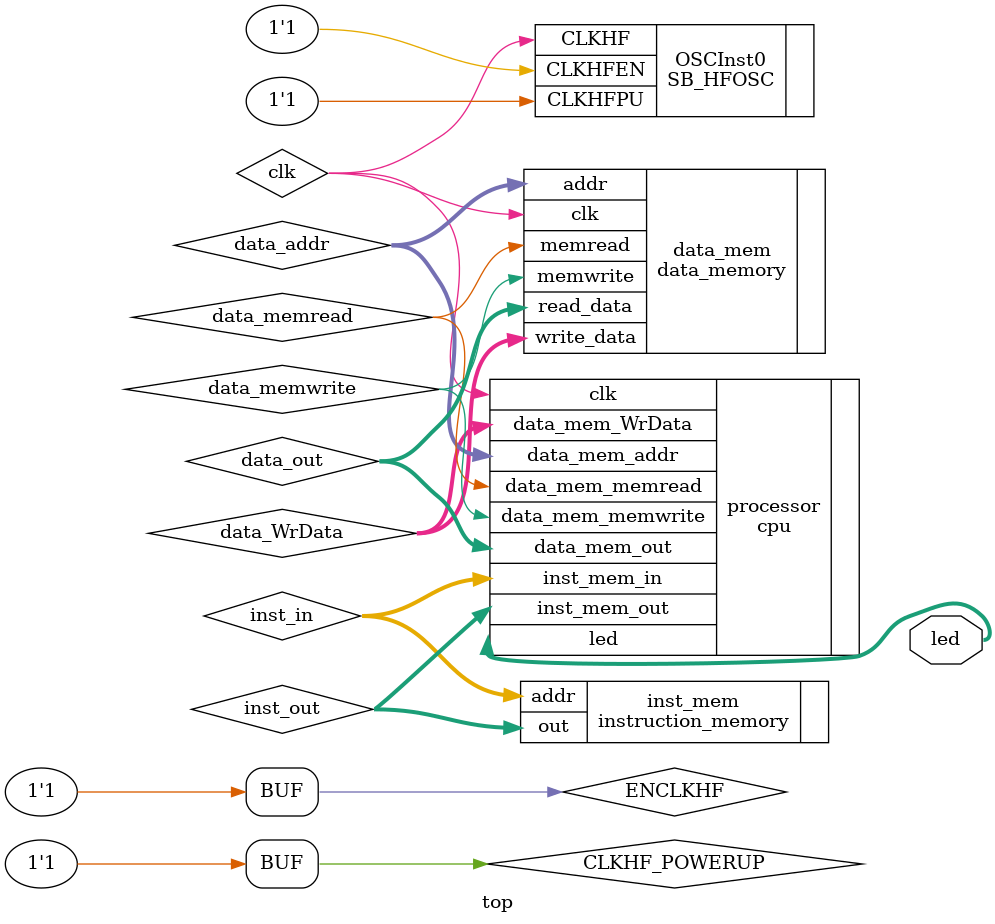
<source format=v>

module top(led);
	output[7:0] led;
	
	//input	clk;
	wire clk;
	reg ENCLKHF = 1'b1; //clock enable
	reg CLKHF_POWERUP = 1'b1; //power up the HFOSC circuit

	SB_HFOSC #(.CLKHF_DIV("0b11")) OSCInst0 (
		.CLKHFEN(ENCLKHF),
		.CLKHFPU(CLKHF_POWERUP),
		.CLKHF(clk)
	);
	
	//Interface
	wire[31:0] inst_in;
	wire[31:0] inst_out;
	wire[31:0] data_out;
	wire[31:0] data_addr;
	wire[31:0] data_WrData;
	wire data_memwrite;
	wire data_memread;
	
	cpu processor( 
			.clk(clk), 
			.led(led), 
			.inst_mem_in(inst_in), 
			.inst_mem_out(inst_out), 
			.data_mem_out(data_out), 
			.data_mem_addr(data_addr), 
			.data_mem_WrData(data_WrData), 
			.data_mem_memwrite(data_memwrite), 
			.data_mem_memread(data_memread)
		);
			
	instruction_memory inst_mem( 
			.addr(inst_in), 
			.out(inst_out)
		);
	
	data_memory data_mem(
			.clk(clk),
			.addr(data_addr),
			.write_data(data_WrData),
			.memwrite(data_memwrite), 
			.memread(data_memread), 
			.read_data(data_out)
		);

endmodule

</source>
